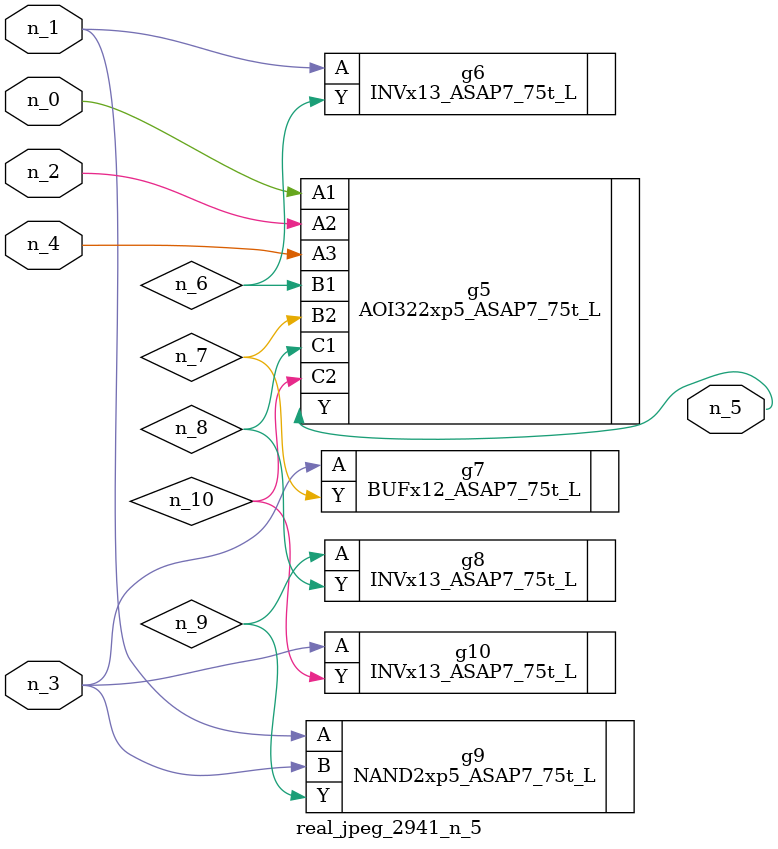
<source format=v>
module real_jpeg_2941_n_5 (n_4, n_0, n_1, n_2, n_3, n_5);

input n_4;
input n_0;
input n_1;
input n_2;
input n_3;

output n_5;

wire n_8;
wire n_6;
wire n_7;
wire n_10;
wire n_9;

AOI322xp5_ASAP7_75t_L g5 ( 
.A1(n_0),
.A2(n_2),
.A3(n_4),
.B1(n_6),
.B2(n_7),
.C1(n_8),
.C2(n_10),
.Y(n_5)
);

INVx13_ASAP7_75t_L g6 ( 
.A(n_1),
.Y(n_6)
);

NAND2xp5_ASAP7_75t_L g9 ( 
.A(n_1),
.B(n_3),
.Y(n_9)
);

BUFx12_ASAP7_75t_L g7 ( 
.A(n_3),
.Y(n_7)
);

INVx13_ASAP7_75t_L g10 ( 
.A(n_3),
.Y(n_10)
);

INVx13_ASAP7_75t_L g8 ( 
.A(n_9),
.Y(n_8)
);


endmodule
</source>
